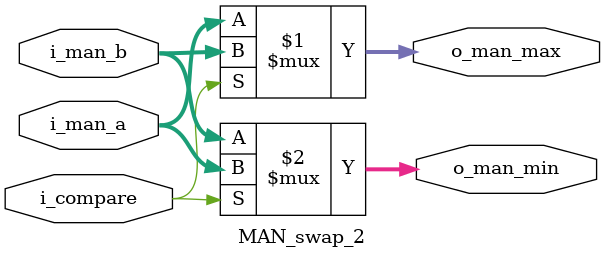
<source format=sv>
module MAN_swap_2 (
    // input logic                     i_sign_a    ,
    // input logic                     i_sign_b    ,
    input logic [27:0]         i_man_a     ,
    input logic [27:0]         i_man_b     ,

    // i_compare = 1 -> a < b
    input logic                     i_compare   ,

    // output logic                    o_sign_max  ,
    // output logic                    o_sign_min  ,
    output logic [27:0]     o_man_max   ,
    output logic [27:0]     o_man_min   
);

// logic [SIZE_MAN:0] w_a, w_b;
// assign w_a = {i_sign_a, i_man_a};
// assign w_b = {i_sign_b, i_man_b};

// logic [SIZE_MAN:0] w_max, w_min;
assign o_man_max    = i_compare ? i_man_b : i_man_a;
assign o_man_min    = i_compare ? i_man_a : i_man_b;

// assign o_sign_max   = w_max[SIZE_MAN];
// assign o_sign_min   = w_min[SIZE_MAN];
// assign o_man_max    = w_max[23:0];
// assign o_man_min    = w_min[23:0];

endmodule

</source>
